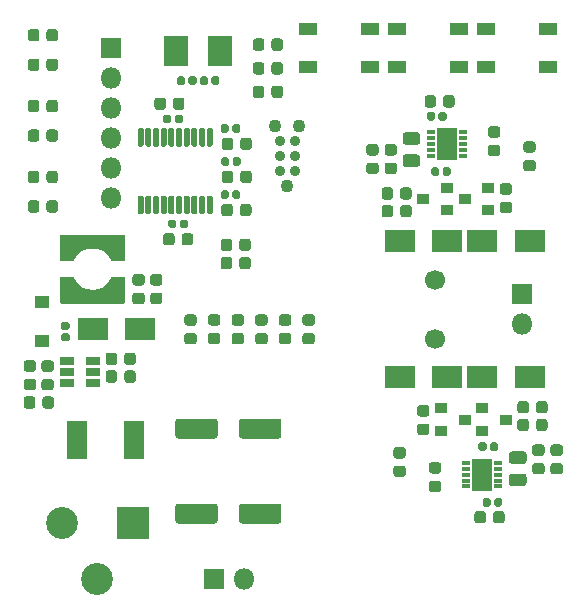
<source format=gbr>
%TF.GenerationSoftware,KiCad,Pcbnew,(5.1.6)-1*%
%TF.CreationDate,2021-07-30T18:26:22-07:00*%
%TF.ProjectId,Coil Driver,436f696c-2044-4726-9976-65722e6b6963,rev?*%
%TF.SameCoordinates,Original*%
%TF.FileFunction,Soldermask,Top*%
%TF.FilePolarity,Negative*%
%FSLAX46Y46*%
G04 Gerber Fmt 4.6, Leading zero omitted, Abs format (unit mm)*
G04 Created by KiCad (PCBNEW (5.1.6)-1) date 2021-07-30 18:26:22*
%MOMM*%
%LPD*%
G01*
G04 APERTURE LIST*
%ADD10O,1.800000X1.800000*%
%ADD11R,1.800000X1.800000*%
%ADD12R,2.100000X2.500000*%
%ADD13R,0.700000X0.400000*%
%ADD14R,1.750000X2.700000*%
%ADD15R,1.160000X0.750000*%
%ADD16R,1.650000X1.100000*%
%ADD17R,1.000000X0.900000*%
%ADD18C,0.100000*%
%ADD19C,1.090600*%
%ADD20C,0.887400*%
%ADD21C,2.700000*%
%ADD22R,2.700000X2.700000*%
%ADD23R,1.780000X3.250000*%
%ADD24R,2.600000X1.900000*%
%ADD25R,1.300000X1.000000*%
%ADD26C,1.700000*%
G04 APERTURE END LIST*
D10*
%TO.C,L2*%
X169900000Y-99240000D03*
D11*
X169900000Y-96700000D03*
%TD*%
%TO.C,R27*%
G36*
G01*
X145412500Y-86518750D02*
X145412500Y-87081250D01*
G75*
G02*
X145168750Y-87325000I-243750J0D01*
G01*
X144681250Y-87325000D01*
G75*
G02*
X144437500Y-87081250I0J243750D01*
G01*
X144437500Y-86518750D01*
G75*
G02*
X144681250Y-86275000I243750J0D01*
G01*
X145168750Y-86275000D01*
G75*
G02*
X145412500Y-86518750I0J-243750D01*
G01*
G37*
G36*
G01*
X146987500Y-86518750D02*
X146987500Y-87081250D01*
G75*
G02*
X146743750Y-87325000I-243750J0D01*
G01*
X146256250Y-87325000D01*
G75*
G02*
X146012500Y-87081250I0J243750D01*
G01*
X146012500Y-86518750D01*
G75*
G02*
X146256250Y-86275000I243750J0D01*
G01*
X146743750Y-86275000D01*
G75*
G02*
X146987500Y-86518750I0J-243750D01*
G01*
G37*
%TD*%
%TO.C,C8*%
G36*
G01*
X162860000Y-86152500D02*
X162860000Y-86547500D01*
G75*
G02*
X162687500Y-86720000I-172500J0D01*
G01*
X162342500Y-86720000D01*
G75*
G02*
X162170000Y-86547500I0J172500D01*
G01*
X162170000Y-86152500D01*
G75*
G02*
X162342500Y-85980000I172500J0D01*
G01*
X162687500Y-85980000D01*
G75*
G02*
X162860000Y-86152500I0J-172500D01*
G01*
G37*
G36*
G01*
X163830000Y-86152500D02*
X163830000Y-86547500D01*
G75*
G02*
X163657500Y-86720000I-172500J0D01*
G01*
X163312500Y-86720000D01*
G75*
G02*
X163140000Y-86547500I0J172500D01*
G01*
X163140000Y-86152500D01*
G75*
G02*
X163312500Y-85980000I172500J0D01*
G01*
X163657500Y-85980000D01*
G75*
G02*
X163830000Y-86152500I0J-172500D01*
G01*
G37*
%TD*%
%TO.C,C7*%
G36*
G01*
X131397500Y-99760000D02*
X131002500Y-99760000D01*
G75*
G02*
X130830000Y-99587500I0J172500D01*
G01*
X130830000Y-99242500D01*
G75*
G02*
X131002500Y-99070000I172500J0D01*
G01*
X131397500Y-99070000D01*
G75*
G02*
X131570000Y-99242500I0J-172500D01*
G01*
X131570000Y-99587500D01*
G75*
G02*
X131397500Y-99760000I-172500J0D01*
G01*
G37*
G36*
G01*
X131397500Y-100730000D02*
X131002500Y-100730000D01*
G75*
G02*
X130830000Y-100557500I0J172500D01*
G01*
X130830000Y-100212500D01*
G75*
G02*
X131002500Y-100040000I172500J0D01*
G01*
X131397500Y-100040000D01*
G75*
G02*
X131570000Y-100212500I0J-172500D01*
G01*
X131570000Y-100557500D01*
G75*
G02*
X131397500Y-100730000I-172500J0D01*
G01*
G37*
%TD*%
%TO.C,C6*%
G36*
G01*
X167210000Y-114152500D02*
X167210000Y-114547500D01*
G75*
G02*
X167037500Y-114720000I-172500J0D01*
G01*
X166692500Y-114720000D01*
G75*
G02*
X166520000Y-114547500I0J172500D01*
G01*
X166520000Y-114152500D01*
G75*
G02*
X166692500Y-113980000I172500J0D01*
G01*
X167037500Y-113980000D01*
G75*
G02*
X167210000Y-114152500I0J-172500D01*
G01*
G37*
G36*
G01*
X168180000Y-114152500D02*
X168180000Y-114547500D01*
G75*
G02*
X168007500Y-114720000I-172500J0D01*
G01*
X167662500Y-114720000D01*
G75*
G02*
X167490000Y-114547500I0J172500D01*
G01*
X167490000Y-114152500D01*
G75*
G02*
X167662500Y-113980000I172500J0D01*
G01*
X168007500Y-113980000D01*
G75*
G02*
X168180000Y-114152500I0J-172500D01*
G01*
G37*
%TD*%
%TO.C,R18*%
G36*
G01*
X169981250Y-111112500D02*
X169018750Y-111112500D01*
G75*
G02*
X168750000Y-110843750I0J268750D01*
G01*
X168750000Y-110306250D01*
G75*
G02*
X169018750Y-110037500I268750J0D01*
G01*
X169981250Y-110037500D01*
G75*
G02*
X170250000Y-110306250I0J-268750D01*
G01*
X170250000Y-110843750D01*
G75*
G02*
X169981250Y-111112500I-268750J0D01*
G01*
G37*
G36*
G01*
X169981250Y-112987500D02*
X169018750Y-112987500D01*
G75*
G02*
X168750000Y-112718750I0J268750D01*
G01*
X168750000Y-112181250D01*
G75*
G02*
X169018750Y-111912500I268750J0D01*
G01*
X169981250Y-111912500D01*
G75*
G02*
X170250000Y-112181250I0J-268750D01*
G01*
X170250000Y-112718750D01*
G75*
G02*
X169981250Y-112987500I-268750J0D01*
G01*
G37*
%TD*%
%TO.C,R3*%
G36*
G01*
X160018750Y-84887500D02*
X160981250Y-84887500D01*
G75*
G02*
X161250000Y-85156250I0J-268750D01*
G01*
X161250000Y-85693750D01*
G75*
G02*
X160981250Y-85962500I-268750J0D01*
G01*
X160018750Y-85962500D01*
G75*
G02*
X159750000Y-85693750I0J268750D01*
G01*
X159750000Y-85156250D01*
G75*
G02*
X160018750Y-84887500I268750J0D01*
G01*
G37*
G36*
G01*
X160018750Y-83012500D02*
X160981250Y-83012500D01*
G75*
G02*
X161250000Y-83281250I0J-268750D01*
G01*
X161250000Y-83818750D01*
G75*
G02*
X160981250Y-84087500I-268750J0D01*
G01*
X160018750Y-84087500D01*
G75*
G02*
X159750000Y-83818750I0J268750D01*
G01*
X159750000Y-83281250D01*
G75*
G02*
X160018750Y-83012500I268750J0D01*
G01*
G37*
%TD*%
D12*
%TO.C,Y1*%
X144300000Y-76150000D03*
X140600000Y-76150000D03*
%TD*%
%TO.C,R29*%
G36*
G01*
X129600000Y-89581250D02*
X129600000Y-89018750D01*
G75*
G02*
X129843750Y-88775000I243750J0D01*
G01*
X130331250Y-88775000D01*
G75*
G02*
X130575000Y-89018750I0J-243750D01*
G01*
X130575000Y-89581250D01*
G75*
G02*
X130331250Y-89825000I-243750J0D01*
G01*
X129843750Y-89825000D01*
G75*
G02*
X129600000Y-89581250I0J243750D01*
G01*
G37*
G36*
G01*
X128025000Y-89581250D02*
X128025000Y-89018750D01*
G75*
G02*
X128268750Y-88775000I243750J0D01*
G01*
X128756250Y-88775000D01*
G75*
G02*
X129000000Y-89018750I0J-243750D01*
G01*
X129000000Y-89581250D01*
G75*
G02*
X128756250Y-89825000I-243750J0D01*
G01*
X128268750Y-89825000D01*
G75*
G02*
X128025000Y-89581250I0J243750D01*
G01*
G37*
%TD*%
%TO.C,R26*%
G36*
G01*
X129600000Y-83581250D02*
X129600000Y-83018750D01*
G75*
G02*
X129843750Y-82775000I243750J0D01*
G01*
X130331250Y-82775000D01*
G75*
G02*
X130575000Y-83018750I0J-243750D01*
G01*
X130575000Y-83581250D01*
G75*
G02*
X130331250Y-83825000I-243750J0D01*
G01*
X129843750Y-83825000D01*
G75*
G02*
X129600000Y-83581250I0J243750D01*
G01*
G37*
G36*
G01*
X128025000Y-83581250D02*
X128025000Y-83018750D01*
G75*
G02*
X128268750Y-82775000I243750J0D01*
G01*
X128756250Y-82775000D01*
G75*
G02*
X129000000Y-83018750I0J-243750D01*
G01*
X129000000Y-83581250D01*
G75*
G02*
X128756250Y-83825000I-243750J0D01*
G01*
X128268750Y-83825000D01*
G75*
G02*
X128025000Y-83581250I0J243750D01*
G01*
G37*
%TD*%
%TO.C,R25*%
G36*
G01*
X129600000Y-77581250D02*
X129600000Y-77018750D01*
G75*
G02*
X129843750Y-76775000I243750J0D01*
G01*
X130331250Y-76775000D01*
G75*
G02*
X130575000Y-77018750I0J-243750D01*
G01*
X130575000Y-77581250D01*
G75*
G02*
X130331250Y-77825000I-243750J0D01*
G01*
X129843750Y-77825000D01*
G75*
G02*
X129600000Y-77581250I0J243750D01*
G01*
G37*
G36*
G01*
X128025000Y-77581250D02*
X128025000Y-77018750D01*
G75*
G02*
X128268750Y-76775000I243750J0D01*
G01*
X128756250Y-76775000D01*
G75*
G02*
X129000000Y-77018750I0J-243750D01*
G01*
X129000000Y-77581250D01*
G75*
G02*
X128756250Y-77825000I-243750J0D01*
G01*
X128268750Y-77825000D01*
G75*
G02*
X128025000Y-77581250I0J243750D01*
G01*
G37*
%TD*%
%TO.C,R12*%
G36*
G01*
X144081250Y-99387500D02*
X143518750Y-99387500D01*
G75*
G02*
X143275000Y-99143750I0J243750D01*
G01*
X143275000Y-98656250D01*
G75*
G02*
X143518750Y-98412500I243750J0D01*
G01*
X144081250Y-98412500D01*
G75*
G02*
X144325000Y-98656250I0J-243750D01*
G01*
X144325000Y-99143750D01*
G75*
G02*
X144081250Y-99387500I-243750J0D01*
G01*
G37*
G36*
G01*
X144081250Y-100962500D02*
X143518750Y-100962500D01*
G75*
G02*
X143275000Y-100718750I0J243750D01*
G01*
X143275000Y-100231250D01*
G75*
G02*
X143518750Y-99987500I243750J0D01*
G01*
X144081250Y-99987500D01*
G75*
G02*
X144325000Y-100231250I0J-243750D01*
G01*
X144325000Y-100718750D01*
G75*
G02*
X144081250Y-100962500I-243750J0D01*
G01*
G37*
%TD*%
%TO.C,R11*%
G36*
G01*
X148081250Y-99400000D02*
X147518750Y-99400000D01*
G75*
G02*
X147275000Y-99156250I0J243750D01*
G01*
X147275000Y-98668750D01*
G75*
G02*
X147518750Y-98425000I243750J0D01*
G01*
X148081250Y-98425000D01*
G75*
G02*
X148325000Y-98668750I0J-243750D01*
G01*
X148325000Y-99156250D01*
G75*
G02*
X148081250Y-99400000I-243750J0D01*
G01*
G37*
G36*
G01*
X148081250Y-100975000D02*
X147518750Y-100975000D01*
G75*
G02*
X147275000Y-100731250I0J243750D01*
G01*
X147275000Y-100243750D01*
G75*
G02*
X147518750Y-100000000I243750J0D01*
G01*
X148081250Y-100000000D01*
G75*
G02*
X148325000Y-100243750I0J-243750D01*
G01*
X148325000Y-100731250D01*
G75*
G02*
X148081250Y-100975000I-243750J0D01*
G01*
G37*
%TD*%
%TO.C,R10*%
G36*
G01*
X152081250Y-99400000D02*
X151518750Y-99400000D01*
G75*
G02*
X151275000Y-99156250I0J243750D01*
G01*
X151275000Y-98668750D01*
G75*
G02*
X151518750Y-98425000I243750J0D01*
G01*
X152081250Y-98425000D01*
G75*
G02*
X152325000Y-98668750I0J-243750D01*
G01*
X152325000Y-99156250D01*
G75*
G02*
X152081250Y-99400000I-243750J0D01*
G01*
G37*
G36*
G01*
X152081250Y-100975000D02*
X151518750Y-100975000D01*
G75*
G02*
X151275000Y-100731250I0J243750D01*
G01*
X151275000Y-100243750D01*
G75*
G02*
X151518750Y-100000000I243750J0D01*
G01*
X152081250Y-100000000D01*
G75*
G02*
X152325000Y-100243750I0J-243750D01*
G01*
X152325000Y-100731250D01*
G75*
G02*
X152081250Y-100975000I-243750J0D01*
G01*
G37*
%TD*%
%TO.C,D12*%
G36*
G01*
X129600000Y-87081250D02*
X129600000Y-86518750D01*
G75*
G02*
X129843750Y-86275000I243750J0D01*
G01*
X130331250Y-86275000D01*
G75*
G02*
X130575000Y-86518750I0J-243750D01*
G01*
X130575000Y-87081250D01*
G75*
G02*
X130331250Y-87325000I-243750J0D01*
G01*
X129843750Y-87325000D01*
G75*
G02*
X129600000Y-87081250I0J243750D01*
G01*
G37*
G36*
G01*
X128025000Y-87081250D02*
X128025000Y-86518750D01*
G75*
G02*
X128268750Y-86275000I243750J0D01*
G01*
X128756250Y-86275000D01*
G75*
G02*
X129000000Y-86518750I0J-243750D01*
G01*
X129000000Y-87081250D01*
G75*
G02*
X128756250Y-87325000I-243750J0D01*
G01*
X128268750Y-87325000D01*
G75*
G02*
X128025000Y-87081250I0J243750D01*
G01*
G37*
%TD*%
%TO.C,D11*%
G36*
G01*
X129600000Y-81081250D02*
X129600000Y-80518750D01*
G75*
G02*
X129843750Y-80275000I243750J0D01*
G01*
X130331250Y-80275000D01*
G75*
G02*
X130575000Y-80518750I0J-243750D01*
G01*
X130575000Y-81081250D01*
G75*
G02*
X130331250Y-81325000I-243750J0D01*
G01*
X129843750Y-81325000D01*
G75*
G02*
X129600000Y-81081250I0J243750D01*
G01*
G37*
G36*
G01*
X128025000Y-81081250D02*
X128025000Y-80518750D01*
G75*
G02*
X128268750Y-80275000I243750J0D01*
G01*
X128756250Y-80275000D01*
G75*
G02*
X129000000Y-80518750I0J-243750D01*
G01*
X129000000Y-81081250D01*
G75*
G02*
X128756250Y-81325000I-243750J0D01*
G01*
X128268750Y-81325000D01*
G75*
G02*
X128025000Y-81081250I0J243750D01*
G01*
G37*
%TD*%
%TO.C,D10*%
G36*
G01*
X129600000Y-75081250D02*
X129600000Y-74518750D01*
G75*
G02*
X129843750Y-74275000I243750J0D01*
G01*
X130331250Y-74275000D01*
G75*
G02*
X130575000Y-74518750I0J-243750D01*
G01*
X130575000Y-75081250D01*
G75*
G02*
X130331250Y-75325000I-243750J0D01*
G01*
X129843750Y-75325000D01*
G75*
G02*
X129600000Y-75081250I0J243750D01*
G01*
G37*
G36*
G01*
X128025000Y-75081250D02*
X128025000Y-74518750D01*
G75*
G02*
X128268750Y-74275000I243750J0D01*
G01*
X128756250Y-74275000D01*
G75*
G02*
X129000000Y-74518750I0J-243750D01*
G01*
X129000000Y-75081250D01*
G75*
G02*
X128756250Y-75325000I-243750J0D01*
G01*
X128268750Y-75325000D01*
G75*
G02*
X128025000Y-75081250I0J243750D01*
G01*
G37*
%TD*%
%TO.C,D7*%
G36*
G01*
X142081250Y-99400000D02*
X141518750Y-99400000D01*
G75*
G02*
X141275000Y-99156250I0J243750D01*
G01*
X141275000Y-98668750D01*
G75*
G02*
X141518750Y-98425000I243750J0D01*
G01*
X142081250Y-98425000D01*
G75*
G02*
X142325000Y-98668750I0J-243750D01*
G01*
X142325000Y-99156250D01*
G75*
G02*
X142081250Y-99400000I-243750J0D01*
G01*
G37*
G36*
G01*
X142081250Y-100975000D02*
X141518750Y-100975000D01*
G75*
G02*
X141275000Y-100731250I0J243750D01*
G01*
X141275000Y-100243750D01*
G75*
G02*
X141518750Y-100000000I243750J0D01*
G01*
X142081250Y-100000000D01*
G75*
G02*
X142325000Y-100243750I0J-243750D01*
G01*
X142325000Y-100731250D01*
G75*
G02*
X142081250Y-100975000I-243750J0D01*
G01*
G37*
%TD*%
%TO.C,D6*%
G36*
G01*
X146081250Y-99400000D02*
X145518750Y-99400000D01*
G75*
G02*
X145275000Y-99156250I0J243750D01*
G01*
X145275000Y-98668750D01*
G75*
G02*
X145518750Y-98425000I243750J0D01*
G01*
X146081250Y-98425000D01*
G75*
G02*
X146325000Y-98668750I0J-243750D01*
G01*
X146325000Y-99156250D01*
G75*
G02*
X146081250Y-99400000I-243750J0D01*
G01*
G37*
G36*
G01*
X146081250Y-100975000D02*
X145518750Y-100975000D01*
G75*
G02*
X145275000Y-100731250I0J243750D01*
G01*
X145275000Y-100243750D01*
G75*
G02*
X145518750Y-100000000I243750J0D01*
G01*
X146081250Y-100000000D01*
G75*
G02*
X146325000Y-100243750I0J-243750D01*
G01*
X146325000Y-100731250D01*
G75*
G02*
X146081250Y-100975000I-243750J0D01*
G01*
G37*
%TD*%
%TO.C,D3*%
G36*
G01*
X150081250Y-99400000D02*
X149518750Y-99400000D01*
G75*
G02*
X149275000Y-99156250I0J243750D01*
G01*
X149275000Y-98668750D01*
G75*
G02*
X149518750Y-98425000I243750J0D01*
G01*
X150081250Y-98425000D01*
G75*
G02*
X150325000Y-98668750I0J-243750D01*
G01*
X150325000Y-99156250D01*
G75*
G02*
X150081250Y-99400000I-243750J0D01*
G01*
G37*
G36*
G01*
X150081250Y-100975000D02*
X149518750Y-100975000D01*
G75*
G02*
X149275000Y-100731250I0J243750D01*
G01*
X149275000Y-100243750D01*
G75*
G02*
X149518750Y-100000000I243750J0D01*
G01*
X150081250Y-100000000D01*
G75*
G02*
X150325000Y-100243750I0J-243750D01*
G01*
X150325000Y-100731250D01*
G75*
G02*
X150081250Y-100975000I-243750J0D01*
G01*
G37*
%TD*%
%TO.C,U4*%
G36*
G01*
X143300000Y-88375000D02*
X143550000Y-88375000D01*
G75*
G02*
X143675000Y-88500000I0J-125000D01*
G01*
X143675000Y-89825000D01*
G75*
G02*
X143550000Y-89950000I-125000J0D01*
G01*
X143300000Y-89950000D01*
G75*
G02*
X143175000Y-89825000I0J125000D01*
G01*
X143175000Y-88500000D01*
G75*
G02*
X143300000Y-88375000I125000J0D01*
G01*
G37*
G36*
G01*
X142650000Y-88375000D02*
X142900000Y-88375000D01*
G75*
G02*
X143025000Y-88500000I0J-125000D01*
G01*
X143025000Y-89825000D01*
G75*
G02*
X142900000Y-89950000I-125000J0D01*
G01*
X142650000Y-89950000D01*
G75*
G02*
X142525000Y-89825000I0J125000D01*
G01*
X142525000Y-88500000D01*
G75*
G02*
X142650000Y-88375000I125000J0D01*
G01*
G37*
G36*
G01*
X142000000Y-88375000D02*
X142250000Y-88375000D01*
G75*
G02*
X142375000Y-88500000I0J-125000D01*
G01*
X142375000Y-89825000D01*
G75*
G02*
X142250000Y-89950000I-125000J0D01*
G01*
X142000000Y-89950000D01*
G75*
G02*
X141875000Y-89825000I0J125000D01*
G01*
X141875000Y-88500000D01*
G75*
G02*
X142000000Y-88375000I125000J0D01*
G01*
G37*
G36*
G01*
X141350000Y-88375000D02*
X141600000Y-88375000D01*
G75*
G02*
X141725000Y-88500000I0J-125000D01*
G01*
X141725000Y-89825000D01*
G75*
G02*
X141600000Y-89950000I-125000J0D01*
G01*
X141350000Y-89950000D01*
G75*
G02*
X141225000Y-89825000I0J125000D01*
G01*
X141225000Y-88500000D01*
G75*
G02*
X141350000Y-88375000I125000J0D01*
G01*
G37*
G36*
G01*
X140700000Y-88375000D02*
X140950000Y-88375000D01*
G75*
G02*
X141075000Y-88500000I0J-125000D01*
G01*
X141075000Y-89825000D01*
G75*
G02*
X140950000Y-89950000I-125000J0D01*
G01*
X140700000Y-89950000D01*
G75*
G02*
X140575000Y-89825000I0J125000D01*
G01*
X140575000Y-88500000D01*
G75*
G02*
X140700000Y-88375000I125000J0D01*
G01*
G37*
G36*
G01*
X140050000Y-88375000D02*
X140300000Y-88375000D01*
G75*
G02*
X140425000Y-88500000I0J-125000D01*
G01*
X140425000Y-89825000D01*
G75*
G02*
X140300000Y-89950000I-125000J0D01*
G01*
X140050000Y-89950000D01*
G75*
G02*
X139925000Y-89825000I0J125000D01*
G01*
X139925000Y-88500000D01*
G75*
G02*
X140050000Y-88375000I125000J0D01*
G01*
G37*
G36*
G01*
X139400000Y-88375000D02*
X139650000Y-88375000D01*
G75*
G02*
X139775000Y-88500000I0J-125000D01*
G01*
X139775000Y-89825000D01*
G75*
G02*
X139650000Y-89950000I-125000J0D01*
G01*
X139400000Y-89950000D01*
G75*
G02*
X139275000Y-89825000I0J125000D01*
G01*
X139275000Y-88500000D01*
G75*
G02*
X139400000Y-88375000I125000J0D01*
G01*
G37*
G36*
G01*
X138750000Y-88375000D02*
X139000000Y-88375000D01*
G75*
G02*
X139125000Y-88500000I0J-125000D01*
G01*
X139125000Y-89825000D01*
G75*
G02*
X139000000Y-89950000I-125000J0D01*
G01*
X138750000Y-89950000D01*
G75*
G02*
X138625000Y-89825000I0J125000D01*
G01*
X138625000Y-88500000D01*
G75*
G02*
X138750000Y-88375000I125000J0D01*
G01*
G37*
G36*
G01*
X138100000Y-88375000D02*
X138350000Y-88375000D01*
G75*
G02*
X138475000Y-88500000I0J-125000D01*
G01*
X138475000Y-89825000D01*
G75*
G02*
X138350000Y-89950000I-125000J0D01*
G01*
X138100000Y-89950000D01*
G75*
G02*
X137975000Y-89825000I0J125000D01*
G01*
X137975000Y-88500000D01*
G75*
G02*
X138100000Y-88375000I125000J0D01*
G01*
G37*
G36*
G01*
X137450000Y-88375000D02*
X137700000Y-88375000D01*
G75*
G02*
X137825000Y-88500000I0J-125000D01*
G01*
X137825000Y-89825000D01*
G75*
G02*
X137700000Y-89950000I-125000J0D01*
G01*
X137450000Y-89950000D01*
G75*
G02*
X137325000Y-89825000I0J125000D01*
G01*
X137325000Y-88500000D01*
G75*
G02*
X137450000Y-88375000I125000J0D01*
G01*
G37*
G36*
G01*
X137450000Y-82650000D02*
X137700000Y-82650000D01*
G75*
G02*
X137825000Y-82775000I0J-125000D01*
G01*
X137825000Y-84100000D01*
G75*
G02*
X137700000Y-84225000I-125000J0D01*
G01*
X137450000Y-84225000D01*
G75*
G02*
X137325000Y-84100000I0J125000D01*
G01*
X137325000Y-82775000D01*
G75*
G02*
X137450000Y-82650000I125000J0D01*
G01*
G37*
G36*
G01*
X138100000Y-82650000D02*
X138350000Y-82650000D01*
G75*
G02*
X138475000Y-82775000I0J-125000D01*
G01*
X138475000Y-84100000D01*
G75*
G02*
X138350000Y-84225000I-125000J0D01*
G01*
X138100000Y-84225000D01*
G75*
G02*
X137975000Y-84100000I0J125000D01*
G01*
X137975000Y-82775000D01*
G75*
G02*
X138100000Y-82650000I125000J0D01*
G01*
G37*
G36*
G01*
X138750000Y-82650000D02*
X139000000Y-82650000D01*
G75*
G02*
X139125000Y-82775000I0J-125000D01*
G01*
X139125000Y-84100000D01*
G75*
G02*
X139000000Y-84225000I-125000J0D01*
G01*
X138750000Y-84225000D01*
G75*
G02*
X138625000Y-84100000I0J125000D01*
G01*
X138625000Y-82775000D01*
G75*
G02*
X138750000Y-82650000I125000J0D01*
G01*
G37*
G36*
G01*
X139400000Y-82650000D02*
X139650000Y-82650000D01*
G75*
G02*
X139775000Y-82775000I0J-125000D01*
G01*
X139775000Y-84100000D01*
G75*
G02*
X139650000Y-84225000I-125000J0D01*
G01*
X139400000Y-84225000D01*
G75*
G02*
X139275000Y-84100000I0J125000D01*
G01*
X139275000Y-82775000D01*
G75*
G02*
X139400000Y-82650000I125000J0D01*
G01*
G37*
G36*
G01*
X140050000Y-82650000D02*
X140300000Y-82650000D01*
G75*
G02*
X140425000Y-82775000I0J-125000D01*
G01*
X140425000Y-84100000D01*
G75*
G02*
X140300000Y-84225000I-125000J0D01*
G01*
X140050000Y-84225000D01*
G75*
G02*
X139925000Y-84100000I0J125000D01*
G01*
X139925000Y-82775000D01*
G75*
G02*
X140050000Y-82650000I125000J0D01*
G01*
G37*
G36*
G01*
X140700000Y-82650000D02*
X140950000Y-82650000D01*
G75*
G02*
X141075000Y-82775000I0J-125000D01*
G01*
X141075000Y-84100000D01*
G75*
G02*
X140950000Y-84225000I-125000J0D01*
G01*
X140700000Y-84225000D01*
G75*
G02*
X140575000Y-84100000I0J125000D01*
G01*
X140575000Y-82775000D01*
G75*
G02*
X140700000Y-82650000I125000J0D01*
G01*
G37*
G36*
G01*
X141350000Y-82650000D02*
X141600000Y-82650000D01*
G75*
G02*
X141725000Y-82775000I0J-125000D01*
G01*
X141725000Y-84100000D01*
G75*
G02*
X141600000Y-84225000I-125000J0D01*
G01*
X141350000Y-84225000D01*
G75*
G02*
X141225000Y-84100000I0J125000D01*
G01*
X141225000Y-82775000D01*
G75*
G02*
X141350000Y-82650000I125000J0D01*
G01*
G37*
G36*
G01*
X142000000Y-82650000D02*
X142250000Y-82650000D01*
G75*
G02*
X142375000Y-82775000I0J-125000D01*
G01*
X142375000Y-84100000D01*
G75*
G02*
X142250000Y-84225000I-125000J0D01*
G01*
X142000000Y-84225000D01*
G75*
G02*
X141875000Y-84100000I0J125000D01*
G01*
X141875000Y-82775000D01*
G75*
G02*
X142000000Y-82650000I125000J0D01*
G01*
G37*
G36*
G01*
X142650000Y-82650000D02*
X142900000Y-82650000D01*
G75*
G02*
X143025000Y-82775000I0J-125000D01*
G01*
X143025000Y-84100000D01*
G75*
G02*
X142900000Y-84225000I-125000J0D01*
G01*
X142650000Y-84225000D01*
G75*
G02*
X142525000Y-84100000I0J125000D01*
G01*
X142525000Y-82775000D01*
G75*
G02*
X142650000Y-82650000I125000J0D01*
G01*
G37*
G36*
G01*
X143300000Y-82650000D02*
X143550000Y-82650000D01*
G75*
G02*
X143675000Y-82775000I0J-125000D01*
G01*
X143675000Y-84100000D01*
G75*
G02*
X143550000Y-84225000I-125000J0D01*
G01*
X143300000Y-84225000D01*
G75*
G02*
X143175000Y-84100000I0J125000D01*
G01*
X143175000Y-82775000D01*
G75*
G02*
X143300000Y-82650000I125000J0D01*
G01*
G37*
%TD*%
D13*
%TO.C,U3*%
X165150000Y-113000000D03*
X165150000Y-112500000D03*
X165150000Y-112000000D03*
X165150000Y-111500000D03*
X165150000Y-111000000D03*
X167850000Y-111000000D03*
X167850000Y-111500000D03*
X167850000Y-112000000D03*
X167850000Y-112500000D03*
X167850000Y-113000000D03*
D14*
X166500000Y-112000000D03*
%TD*%
D15*
%TO.C,U2*%
X133500000Y-103300000D03*
X133500000Y-102350000D03*
X133500000Y-104250000D03*
X131300000Y-104250000D03*
X131300000Y-103300000D03*
X131300000Y-102350000D03*
%TD*%
D13*
%TO.C,U1*%
X164850000Y-83000000D03*
X164850000Y-83500000D03*
X164850000Y-84000000D03*
X164850000Y-84500000D03*
X164850000Y-85000000D03*
X162150000Y-85000000D03*
X162150000Y-84500000D03*
X162150000Y-84000000D03*
X162150000Y-83500000D03*
X162150000Y-83000000D03*
D14*
X163500000Y-84000000D03*
%TD*%
D16*
%TO.C,SW3*%
X157025000Y-77500000D03*
X151775000Y-77500000D03*
X157025000Y-74300000D03*
X151775000Y-74300000D03*
%TD*%
%TO.C,SW2*%
X164525000Y-77500000D03*
X159275000Y-77500000D03*
X164525000Y-74300000D03*
X159275000Y-74300000D03*
%TD*%
%TO.C,SW1*%
X172025000Y-77500000D03*
X166775000Y-77500000D03*
X172025000Y-74300000D03*
X166775000Y-74300000D03*
%TD*%
%TO.C,R28*%
G36*
G01*
X145387500Y-89318750D02*
X145387500Y-89881250D01*
G75*
G02*
X145143750Y-90125000I-243750J0D01*
G01*
X144656250Y-90125000D01*
G75*
G02*
X144412500Y-89881250I0J243750D01*
G01*
X144412500Y-89318750D01*
G75*
G02*
X144656250Y-89075000I243750J0D01*
G01*
X145143750Y-89075000D01*
G75*
G02*
X145387500Y-89318750I0J-243750D01*
G01*
G37*
G36*
G01*
X146962500Y-89318750D02*
X146962500Y-89881250D01*
G75*
G02*
X146718750Y-90125000I-243750J0D01*
G01*
X146231250Y-90125000D01*
G75*
G02*
X145987500Y-89881250I0J243750D01*
G01*
X145987500Y-89318750D01*
G75*
G02*
X146231250Y-89075000I243750J0D01*
G01*
X146718750Y-89075000D01*
G75*
G02*
X146962500Y-89318750I0J-243750D01*
G01*
G37*
%TD*%
%TO.C,R24*%
G36*
G01*
X145325000Y-93818750D02*
X145325000Y-94381250D01*
G75*
G02*
X145081250Y-94625000I-243750J0D01*
G01*
X144593750Y-94625000D01*
G75*
G02*
X144350000Y-94381250I0J243750D01*
G01*
X144350000Y-93818750D01*
G75*
G02*
X144593750Y-93575000I243750J0D01*
G01*
X145081250Y-93575000D01*
G75*
G02*
X145325000Y-93818750I0J-243750D01*
G01*
G37*
G36*
G01*
X146900000Y-93818750D02*
X146900000Y-94381250D01*
G75*
G02*
X146656250Y-94625000I-243750J0D01*
G01*
X146168750Y-94625000D01*
G75*
G02*
X145925000Y-94381250I0J243750D01*
G01*
X145925000Y-93818750D01*
G75*
G02*
X146168750Y-93575000I243750J0D01*
G01*
X146656250Y-93575000D01*
G75*
G02*
X146900000Y-93818750I0J-243750D01*
G01*
G37*
%TD*%
%TO.C,R23*%
G36*
G01*
X145325000Y-92268750D02*
X145325000Y-92831250D01*
G75*
G02*
X145081250Y-93075000I-243750J0D01*
G01*
X144593750Y-93075000D01*
G75*
G02*
X144350000Y-92831250I0J243750D01*
G01*
X144350000Y-92268750D01*
G75*
G02*
X144593750Y-92025000I243750J0D01*
G01*
X145081250Y-92025000D01*
G75*
G02*
X145325000Y-92268750I0J-243750D01*
G01*
G37*
G36*
G01*
X146900000Y-92268750D02*
X146900000Y-92831250D01*
G75*
G02*
X146656250Y-93075000I-243750J0D01*
G01*
X146168750Y-93075000D01*
G75*
G02*
X145925000Y-92831250I0J243750D01*
G01*
X145925000Y-92268750D01*
G75*
G02*
X146168750Y-92025000I243750J0D01*
G01*
X146656250Y-92025000D01*
G75*
G02*
X146900000Y-92268750I0J-243750D01*
G01*
G37*
%TD*%
%TO.C,R22*%
G36*
G01*
X159781250Y-110637500D02*
X159218750Y-110637500D01*
G75*
G02*
X158975000Y-110393750I0J243750D01*
G01*
X158975000Y-109906250D01*
G75*
G02*
X159218750Y-109662500I243750J0D01*
G01*
X159781250Y-109662500D01*
G75*
G02*
X160025000Y-109906250I0J-243750D01*
G01*
X160025000Y-110393750D01*
G75*
G02*
X159781250Y-110637500I-243750J0D01*
G01*
G37*
G36*
G01*
X159781250Y-112212500D02*
X159218750Y-112212500D01*
G75*
G02*
X158975000Y-111968750I0J243750D01*
G01*
X158975000Y-111481250D01*
G75*
G02*
X159218750Y-111237500I243750J0D01*
G01*
X159781250Y-111237500D01*
G75*
G02*
X160025000Y-111481250I0J-243750D01*
G01*
X160025000Y-111968750D01*
G75*
G02*
X159781250Y-112212500I-243750J0D01*
G01*
G37*
%TD*%
%TO.C,R21*%
G36*
G01*
X148050000Y-79318750D02*
X148050000Y-79881250D01*
G75*
G02*
X147806250Y-80125000I-243750J0D01*
G01*
X147318750Y-80125000D01*
G75*
G02*
X147075000Y-79881250I0J243750D01*
G01*
X147075000Y-79318750D01*
G75*
G02*
X147318750Y-79075000I243750J0D01*
G01*
X147806250Y-79075000D01*
G75*
G02*
X148050000Y-79318750I0J-243750D01*
G01*
G37*
G36*
G01*
X149625000Y-79318750D02*
X149625000Y-79881250D01*
G75*
G02*
X149381250Y-80125000I-243750J0D01*
G01*
X148893750Y-80125000D01*
G75*
G02*
X148650000Y-79881250I0J243750D01*
G01*
X148650000Y-79318750D01*
G75*
G02*
X148893750Y-79075000I243750J0D01*
G01*
X149381250Y-79075000D01*
G75*
G02*
X149625000Y-79318750I0J-243750D01*
G01*
G37*
%TD*%
%TO.C,R20*%
G36*
G01*
X148650000Y-77881250D02*
X148650000Y-77318750D01*
G75*
G02*
X148893750Y-77075000I243750J0D01*
G01*
X149381250Y-77075000D01*
G75*
G02*
X149625000Y-77318750I0J-243750D01*
G01*
X149625000Y-77881250D01*
G75*
G02*
X149381250Y-78125000I-243750J0D01*
G01*
X148893750Y-78125000D01*
G75*
G02*
X148650000Y-77881250I0J243750D01*
G01*
G37*
G36*
G01*
X147075000Y-77881250D02*
X147075000Y-77318750D01*
G75*
G02*
X147318750Y-77075000I243750J0D01*
G01*
X147806250Y-77075000D01*
G75*
G02*
X148050000Y-77318750I0J-243750D01*
G01*
X148050000Y-77881250D01*
G75*
G02*
X147806250Y-78125000I-243750J0D01*
G01*
X147318750Y-78125000D01*
G75*
G02*
X147075000Y-77881250I0J243750D01*
G01*
G37*
%TD*%
%TO.C,R19*%
G36*
G01*
X148050000Y-75318750D02*
X148050000Y-75881250D01*
G75*
G02*
X147806250Y-76125000I-243750J0D01*
G01*
X147318750Y-76125000D01*
G75*
G02*
X147075000Y-75881250I0J243750D01*
G01*
X147075000Y-75318750D01*
G75*
G02*
X147318750Y-75075000I243750J0D01*
G01*
X147806250Y-75075000D01*
G75*
G02*
X148050000Y-75318750I0J-243750D01*
G01*
G37*
G36*
G01*
X149625000Y-75318750D02*
X149625000Y-75881250D01*
G75*
G02*
X149381250Y-76125000I-243750J0D01*
G01*
X148893750Y-76125000D01*
G75*
G02*
X148650000Y-75881250I0J243750D01*
G01*
X148650000Y-75318750D01*
G75*
G02*
X148893750Y-75075000I243750J0D01*
G01*
X149381250Y-75075000D01*
G75*
G02*
X149625000Y-75318750I0J-243750D01*
G01*
G37*
%TD*%
%TO.C,R17*%
G36*
G01*
X162781250Y-111912500D02*
X162218750Y-111912500D01*
G75*
G02*
X161975000Y-111668750I0J243750D01*
G01*
X161975000Y-111181250D01*
G75*
G02*
X162218750Y-110937500I243750J0D01*
G01*
X162781250Y-110937500D01*
G75*
G02*
X163025000Y-111181250I0J-243750D01*
G01*
X163025000Y-111668750D01*
G75*
G02*
X162781250Y-111912500I-243750J0D01*
G01*
G37*
G36*
G01*
X162781250Y-113487500D02*
X162218750Y-113487500D01*
G75*
G02*
X161975000Y-113243750I0J243750D01*
G01*
X161975000Y-112756250D01*
G75*
G02*
X162218750Y-112512500I243750J0D01*
G01*
X162781250Y-112512500D01*
G75*
G02*
X163025000Y-112756250I0J-243750D01*
G01*
X163025000Y-113243750D01*
G75*
G02*
X162781250Y-113487500I-243750J0D01*
G01*
G37*
%TD*%
%TO.C,R16*%
G36*
G01*
X171531250Y-110412500D02*
X170968750Y-110412500D01*
G75*
G02*
X170725000Y-110168750I0J243750D01*
G01*
X170725000Y-109681250D01*
G75*
G02*
X170968750Y-109437500I243750J0D01*
G01*
X171531250Y-109437500D01*
G75*
G02*
X171775000Y-109681250I0J-243750D01*
G01*
X171775000Y-110168750D01*
G75*
G02*
X171531250Y-110412500I-243750J0D01*
G01*
G37*
G36*
G01*
X171531250Y-111987500D02*
X170968750Y-111987500D01*
G75*
G02*
X170725000Y-111743750I0J243750D01*
G01*
X170725000Y-111256250D01*
G75*
G02*
X170968750Y-111012500I243750J0D01*
G01*
X171531250Y-111012500D01*
G75*
G02*
X171775000Y-111256250I0J-243750D01*
G01*
X171775000Y-111743750D01*
G75*
G02*
X171531250Y-111987500I-243750J0D01*
G01*
G37*
%TD*%
%TO.C,R15*%
G36*
G01*
X145412500Y-83718750D02*
X145412500Y-84281250D01*
G75*
G02*
X145168750Y-84525000I-243750J0D01*
G01*
X144681250Y-84525000D01*
G75*
G02*
X144437500Y-84281250I0J243750D01*
G01*
X144437500Y-83718750D01*
G75*
G02*
X144681250Y-83475000I243750J0D01*
G01*
X145168750Y-83475000D01*
G75*
G02*
X145412500Y-83718750I0J-243750D01*
G01*
G37*
G36*
G01*
X146987500Y-83718750D02*
X146987500Y-84281250D01*
G75*
G02*
X146743750Y-84525000I-243750J0D01*
G01*
X146256250Y-84525000D01*
G75*
G02*
X146012500Y-84281250I0J243750D01*
G01*
X146012500Y-83718750D01*
G75*
G02*
X146256250Y-83475000I243750J0D01*
G01*
X146743750Y-83475000D01*
G75*
G02*
X146987500Y-83718750I0J-243750D01*
G01*
G37*
%TD*%
%TO.C,R14*%
G36*
G01*
X161218750Y-107687500D02*
X161781250Y-107687500D01*
G75*
G02*
X162025000Y-107931250I0J-243750D01*
G01*
X162025000Y-108418750D01*
G75*
G02*
X161781250Y-108662500I-243750J0D01*
G01*
X161218750Y-108662500D01*
G75*
G02*
X160975000Y-108418750I0J243750D01*
G01*
X160975000Y-107931250D01*
G75*
G02*
X161218750Y-107687500I243750J0D01*
G01*
G37*
G36*
G01*
X161218750Y-106112500D02*
X161781250Y-106112500D01*
G75*
G02*
X162025000Y-106356250I0J-243750D01*
G01*
X162025000Y-106843750D01*
G75*
G02*
X161781250Y-107087500I-243750J0D01*
G01*
X161218750Y-107087500D01*
G75*
G02*
X160975000Y-106843750I0J243750D01*
G01*
X160975000Y-106356250D01*
G75*
G02*
X161218750Y-106112500I243750J0D01*
G01*
G37*
%TD*%
%TO.C,R13*%
G36*
G01*
X172518750Y-111012500D02*
X173081250Y-111012500D01*
G75*
G02*
X173325000Y-111256250I0J-243750D01*
G01*
X173325000Y-111743750D01*
G75*
G02*
X173081250Y-111987500I-243750J0D01*
G01*
X172518750Y-111987500D01*
G75*
G02*
X172275000Y-111743750I0J243750D01*
G01*
X172275000Y-111256250D01*
G75*
G02*
X172518750Y-111012500I243750J0D01*
G01*
G37*
G36*
G01*
X172518750Y-109437500D02*
X173081250Y-109437500D01*
G75*
G02*
X173325000Y-109681250I0J-243750D01*
G01*
X173325000Y-110168750D01*
G75*
G02*
X173081250Y-110412500I-243750J0D01*
G01*
X172518750Y-110412500D01*
G75*
G02*
X172275000Y-110168750I0J243750D01*
G01*
X172275000Y-109681250D01*
G75*
G02*
X172518750Y-109437500I243750J0D01*
G01*
G37*
%TD*%
%TO.C,R9*%
G36*
G01*
X129981250Y-103300000D02*
X129418750Y-103300000D01*
G75*
G02*
X129175000Y-103056250I0J243750D01*
G01*
X129175000Y-102568750D01*
G75*
G02*
X129418750Y-102325000I243750J0D01*
G01*
X129981250Y-102325000D01*
G75*
G02*
X130225000Y-102568750I0J-243750D01*
G01*
X130225000Y-103056250D01*
G75*
G02*
X129981250Y-103300000I-243750J0D01*
G01*
G37*
G36*
G01*
X129981250Y-104875000D02*
X129418750Y-104875000D01*
G75*
G02*
X129175000Y-104631250I0J243750D01*
G01*
X129175000Y-104143750D01*
G75*
G02*
X129418750Y-103900000I243750J0D01*
G01*
X129981250Y-103900000D01*
G75*
G02*
X130225000Y-104143750I0J-243750D01*
G01*
X130225000Y-104631250D01*
G75*
G02*
X129981250Y-104875000I-243750J0D01*
G01*
G37*
%TD*%
%TO.C,R8*%
G36*
G01*
X127918750Y-103900000D02*
X128481250Y-103900000D01*
G75*
G02*
X128725000Y-104143750I0J-243750D01*
G01*
X128725000Y-104631250D01*
G75*
G02*
X128481250Y-104875000I-243750J0D01*
G01*
X127918750Y-104875000D01*
G75*
G02*
X127675000Y-104631250I0J243750D01*
G01*
X127675000Y-104143750D01*
G75*
G02*
X127918750Y-103900000I243750J0D01*
G01*
G37*
G36*
G01*
X127918750Y-102325000D02*
X128481250Y-102325000D01*
G75*
G02*
X128725000Y-102568750I0J-243750D01*
G01*
X128725000Y-103056250D01*
G75*
G02*
X128481250Y-103300000I-243750J0D01*
G01*
X127918750Y-103300000D01*
G75*
G02*
X127675000Y-103056250I0J243750D01*
G01*
X127675000Y-102568750D01*
G75*
G02*
X127918750Y-102325000I243750J0D01*
G01*
G37*
%TD*%
%TO.C,R7*%
G36*
G01*
X168781250Y-88312500D02*
X168218750Y-88312500D01*
G75*
G02*
X167975000Y-88068750I0J243750D01*
G01*
X167975000Y-87581250D01*
G75*
G02*
X168218750Y-87337500I243750J0D01*
G01*
X168781250Y-87337500D01*
G75*
G02*
X169025000Y-87581250I0J-243750D01*
G01*
X169025000Y-88068750D01*
G75*
G02*
X168781250Y-88312500I-243750J0D01*
G01*
G37*
G36*
G01*
X168781250Y-89887500D02*
X168218750Y-89887500D01*
G75*
G02*
X167975000Y-89643750I0J243750D01*
G01*
X167975000Y-89156250D01*
G75*
G02*
X168218750Y-88912500I243750J0D01*
G01*
X168781250Y-88912500D01*
G75*
G02*
X169025000Y-89156250I0J-243750D01*
G01*
X169025000Y-89643750D01*
G75*
G02*
X168781250Y-89887500I-243750J0D01*
G01*
G37*
%TD*%
%TO.C,R6*%
G36*
G01*
X157481250Y-84987500D02*
X156918750Y-84987500D01*
G75*
G02*
X156675000Y-84743750I0J243750D01*
G01*
X156675000Y-84256250D01*
G75*
G02*
X156918750Y-84012500I243750J0D01*
G01*
X157481250Y-84012500D01*
G75*
G02*
X157725000Y-84256250I0J-243750D01*
G01*
X157725000Y-84743750D01*
G75*
G02*
X157481250Y-84987500I-243750J0D01*
G01*
G37*
G36*
G01*
X157481250Y-86562500D02*
X156918750Y-86562500D01*
G75*
G02*
X156675000Y-86318750I0J243750D01*
G01*
X156675000Y-85831250D01*
G75*
G02*
X156918750Y-85587500I243750J0D01*
G01*
X157481250Y-85587500D01*
G75*
G02*
X157725000Y-85831250I0J-243750D01*
G01*
X157725000Y-86318750D01*
G75*
G02*
X157481250Y-86562500I-243750J0D01*
G01*
G37*
%TD*%
%TO.C,R5*%
G36*
G01*
X167218750Y-84087500D02*
X167781250Y-84087500D01*
G75*
G02*
X168025000Y-84331250I0J-243750D01*
G01*
X168025000Y-84818750D01*
G75*
G02*
X167781250Y-85062500I-243750J0D01*
G01*
X167218750Y-85062500D01*
G75*
G02*
X166975000Y-84818750I0J243750D01*
G01*
X166975000Y-84331250D01*
G75*
G02*
X167218750Y-84087500I243750J0D01*
G01*
G37*
G36*
G01*
X167218750Y-82512500D02*
X167781250Y-82512500D01*
G75*
G02*
X168025000Y-82756250I0J-243750D01*
G01*
X168025000Y-83243750D01*
G75*
G02*
X167781250Y-83487500I-243750J0D01*
G01*
X167218750Y-83487500D01*
G75*
G02*
X166975000Y-83243750I0J243750D01*
G01*
X166975000Y-82756250D01*
G75*
G02*
X167218750Y-82512500I243750J0D01*
G01*
G37*
%TD*%
%TO.C,R4*%
G36*
G01*
X158468750Y-85587500D02*
X159031250Y-85587500D01*
G75*
G02*
X159275000Y-85831250I0J-243750D01*
G01*
X159275000Y-86318750D01*
G75*
G02*
X159031250Y-86562500I-243750J0D01*
G01*
X158468750Y-86562500D01*
G75*
G02*
X158225000Y-86318750I0J243750D01*
G01*
X158225000Y-85831250D01*
G75*
G02*
X158468750Y-85587500I243750J0D01*
G01*
G37*
G36*
G01*
X158468750Y-84012500D02*
X159031250Y-84012500D01*
G75*
G02*
X159275000Y-84256250I0J-243750D01*
G01*
X159275000Y-84743750D01*
G75*
G02*
X159031250Y-84987500I-243750J0D01*
G01*
X158468750Y-84987500D01*
G75*
G02*
X158225000Y-84743750I0J243750D01*
G01*
X158225000Y-84256250D01*
G75*
G02*
X158468750Y-84012500I243750J0D01*
G01*
G37*
%TD*%
%TO.C,R2*%
G36*
G01*
X129250000Y-106181250D02*
X129250000Y-105618750D01*
G75*
G02*
X129493750Y-105375000I243750J0D01*
G01*
X129981250Y-105375000D01*
G75*
G02*
X130225000Y-105618750I0J-243750D01*
G01*
X130225000Y-106181250D01*
G75*
G02*
X129981250Y-106425000I-243750J0D01*
G01*
X129493750Y-106425000D01*
G75*
G02*
X129250000Y-106181250I0J243750D01*
G01*
G37*
G36*
G01*
X127675000Y-106181250D02*
X127675000Y-105618750D01*
G75*
G02*
X127918750Y-105375000I243750J0D01*
G01*
X128406250Y-105375000D01*
G75*
G02*
X128650000Y-105618750I0J-243750D01*
G01*
X128650000Y-106181250D01*
G75*
G02*
X128406250Y-106425000I-243750J0D01*
G01*
X127918750Y-106425000D01*
G75*
G02*
X127675000Y-106181250I0J243750D01*
G01*
G37*
%TD*%
%TO.C,R1*%
G36*
G01*
X170218750Y-85350000D02*
X170781250Y-85350000D01*
G75*
G02*
X171025000Y-85593750I0J-243750D01*
G01*
X171025000Y-86081250D01*
G75*
G02*
X170781250Y-86325000I-243750J0D01*
G01*
X170218750Y-86325000D01*
G75*
G02*
X169975000Y-86081250I0J243750D01*
G01*
X169975000Y-85593750D01*
G75*
G02*
X170218750Y-85350000I243750J0D01*
G01*
G37*
G36*
G01*
X170218750Y-83775000D02*
X170781250Y-83775000D01*
G75*
G02*
X171025000Y-84018750I0J-243750D01*
G01*
X171025000Y-84506250D01*
G75*
G02*
X170781250Y-84750000I-243750J0D01*
G01*
X170218750Y-84750000D01*
G75*
G02*
X169975000Y-84506250I0J243750D01*
G01*
X169975000Y-84018750D01*
G75*
G02*
X170218750Y-83775000I243750J0D01*
G01*
G37*
%TD*%
D17*
%TO.C,Q4*%
X165000000Y-107350000D03*
X163000000Y-108300000D03*
X163000000Y-106400000D03*
%TD*%
%TO.C,Q3*%
X168500000Y-107350000D03*
X166500000Y-108300000D03*
X166500000Y-106400000D03*
%TD*%
%TO.C,Q2*%
X165000000Y-88650000D03*
X167000000Y-87700000D03*
X167000000Y-89600000D03*
%TD*%
%TO.C,Q1*%
X161500000Y-88650000D03*
X163500000Y-87700000D03*
X163500000Y-89600000D03*
%TD*%
D18*
%TO.C,L1*%
G36*
X136159956Y-91686189D02*
G01*
X136162434Y-91686433D01*
X136181987Y-91690324D01*
X136184369Y-91691047D01*
X136202729Y-91698650D01*
X136204925Y-91699823D01*
X136221535Y-91710922D01*
X136223459Y-91712502D01*
X136237498Y-91726541D01*
X136239078Y-91728465D01*
X136250177Y-91745075D01*
X136251350Y-91747271D01*
X136258953Y-91765631D01*
X136259676Y-91768013D01*
X136263567Y-91787566D01*
X136263811Y-91790044D01*
X136264300Y-91800000D01*
X136264300Y-93800000D01*
X136263811Y-93809956D01*
X136263567Y-93812434D01*
X136259676Y-93831987D01*
X136258953Y-93834369D01*
X136251350Y-93852729D01*
X136250177Y-93854925D01*
X136239078Y-93871535D01*
X136237498Y-93873459D01*
X136223459Y-93887498D01*
X136221535Y-93889078D01*
X136204925Y-93900177D01*
X136202729Y-93901350D01*
X136184369Y-93908953D01*
X136181987Y-93909676D01*
X136162434Y-93913567D01*
X136159956Y-93913811D01*
X136150000Y-93914300D01*
X135150000Y-93914300D01*
X135140044Y-93913811D01*
X135137566Y-93913567D01*
X135118013Y-93909676D01*
X135115631Y-93908953D01*
X135097271Y-93901350D01*
X135095075Y-93900177D01*
X135078465Y-93889078D01*
X135076541Y-93887498D01*
X135062502Y-93873459D01*
X135060922Y-93871535D01*
X135051578Y-93858075D01*
X135050779Y-93856699D01*
X135047767Y-93851117D01*
X134906061Y-93567705D01*
X134435769Y-93097413D01*
X133972552Y-92912125D01*
X133500000Y-92864870D01*
X133027448Y-92912125D01*
X132564231Y-93097413D01*
X132093939Y-93567705D01*
X131952233Y-93851117D01*
X131947348Y-93859795D01*
X131946022Y-93861902D01*
X131933788Y-93877664D01*
X131932076Y-93879471D01*
X131917039Y-93892509D01*
X131915007Y-93893948D01*
X131897715Y-93903804D01*
X131895442Y-93904819D01*
X131876540Y-93911120D01*
X131874112Y-93911672D01*
X131857973Y-93913999D01*
X131856385Y-93914099D01*
X131850000Y-93914300D01*
X130850000Y-93914300D01*
X130840044Y-93913811D01*
X130837566Y-93913567D01*
X130818013Y-93909676D01*
X130815631Y-93908953D01*
X130797271Y-93901350D01*
X130795075Y-93900177D01*
X130778465Y-93889078D01*
X130776541Y-93887498D01*
X130762502Y-93873459D01*
X130760922Y-93871535D01*
X130749823Y-93854925D01*
X130748650Y-93852729D01*
X130741047Y-93834369D01*
X130740324Y-93831987D01*
X130736433Y-93812434D01*
X130736189Y-93809956D01*
X130735700Y-93800000D01*
X130735700Y-91800000D01*
X130736189Y-91790044D01*
X130736433Y-91787566D01*
X130740324Y-91768013D01*
X130741047Y-91765631D01*
X130748650Y-91747271D01*
X130749823Y-91745075D01*
X130760922Y-91728465D01*
X130762502Y-91726541D01*
X130776541Y-91712502D01*
X130778465Y-91710922D01*
X130795075Y-91699823D01*
X130797271Y-91698650D01*
X130815631Y-91691047D01*
X130818013Y-91690324D01*
X130837566Y-91686433D01*
X130840044Y-91686189D01*
X130850000Y-91685700D01*
X136150000Y-91685700D01*
X136159956Y-91686189D01*
G37*
G36*
X130840044Y-97513811D02*
G01*
X130837566Y-97513567D01*
X130818013Y-97509676D01*
X130815631Y-97508953D01*
X130797271Y-97501350D01*
X130795075Y-97500177D01*
X130778465Y-97489078D01*
X130776541Y-97487498D01*
X130762502Y-97473459D01*
X130760922Y-97471535D01*
X130749823Y-97454925D01*
X130748650Y-97452729D01*
X130741047Y-97434369D01*
X130740324Y-97431987D01*
X130736433Y-97412434D01*
X130736189Y-97409956D01*
X130735700Y-97400000D01*
X130735700Y-95400000D01*
X130736189Y-95390044D01*
X130736433Y-95387566D01*
X130740324Y-95368013D01*
X130741047Y-95365631D01*
X130748650Y-95347271D01*
X130749823Y-95345075D01*
X130760922Y-95328465D01*
X130762502Y-95326541D01*
X130776541Y-95312502D01*
X130778465Y-95310922D01*
X130795075Y-95299823D01*
X130797271Y-95298650D01*
X130815631Y-95291047D01*
X130818013Y-95290324D01*
X130837566Y-95286433D01*
X130840044Y-95286189D01*
X130850000Y-95285700D01*
X131850000Y-95285700D01*
X131859956Y-95286189D01*
X131862434Y-95286433D01*
X131881987Y-95290324D01*
X131884369Y-95291047D01*
X131902729Y-95298650D01*
X131904925Y-95299823D01*
X131921535Y-95310922D01*
X131923459Y-95312502D01*
X131937498Y-95326541D01*
X131939078Y-95328465D01*
X131948422Y-95341925D01*
X131949221Y-95343301D01*
X131952233Y-95348883D01*
X132093939Y-95632295D01*
X132564231Y-96102587D01*
X133027448Y-96287875D01*
X133500000Y-96335130D01*
X133972552Y-96287875D01*
X134435769Y-96102587D01*
X134906061Y-95632295D01*
X135047767Y-95348883D01*
X135052652Y-95340205D01*
X135053978Y-95338098D01*
X135066212Y-95322336D01*
X135067924Y-95320529D01*
X135082961Y-95307491D01*
X135084993Y-95306052D01*
X135102285Y-95296196D01*
X135104558Y-95295181D01*
X135123460Y-95288880D01*
X135125888Y-95288328D01*
X135142027Y-95286001D01*
X135143615Y-95285901D01*
X135150000Y-95285700D01*
X136150000Y-95285700D01*
X136159956Y-95286189D01*
X136162434Y-95286433D01*
X136181987Y-95290324D01*
X136184369Y-95291047D01*
X136202729Y-95298650D01*
X136204925Y-95299823D01*
X136221535Y-95310922D01*
X136223459Y-95312502D01*
X136237498Y-95326541D01*
X136239078Y-95328465D01*
X136250177Y-95345075D01*
X136251350Y-95347271D01*
X136258953Y-95365631D01*
X136259676Y-95368013D01*
X136263567Y-95387566D01*
X136263811Y-95390044D01*
X136264300Y-95400000D01*
X136264300Y-97400000D01*
X136263811Y-97409956D01*
X136263567Y-97412434D01*
X136259676Y-97431987D01*
X136258953Y-97434369D01*
X136251350Y-97452729D01*
X136250177Y-97454925D01*
X136239078Y-97471535D01*
X136237498Y-97473459D01*
X136223459Y-97487498D01*
X136221535Y-97489078D01*
X136204925Y-97500177D01*
X136202729Y-97501350D01*
X136184369Y-97508953D01*
X136181987Y-97509676D01*
X136162434Y-97513567D01*
X136159956Y-97513811D01*
X136150000Y-97514300D01*
X130850000Y-97514300D01*
X130840044Y-97513811D01*
G37*
%TD*%
D10*
%TO.C,J4*%
X135100000Y-88600000D03*
X135100000Y-86060000D03*
X135100000Y-83520000D03*
X135100000Y-80980000D03*
X135100000Y-78440000D03*
D11*
X135100000Y-75900000D03*
%TD*%
D19*
%TO.C,J3*%
X151016000Y-82460000D03*
X148984000Y-82460000D03*
X150000000Y-87540000D03*
D20*
X149365000Y-86270000D03*
X150635000Y-86270000D03*
X149365000Y-83730000D03*
X150635000Y-83730000D03*
X149365000Y-85000000D03*
X150635000Y-85000000D03*
%TD*%
D10*
%TO.C,J2*%
X146340000Y-120800000D03*
D11*
X143800000Y-120800000D03*
%TD*%
D21*
%TO.C,J1*%
X133900000Y-120800000D03*
X130900000Y-116100000D03*
D22*
X136900000Y-116100000D03*
%TD*%
D23*
%TO.C,F1*%
X136990000Y-109100000D03*
X132210000Y-109100000D03*
%TD*%
D24*
%TO.C,D9*%
X159500000Y-103750000D03*
X163500000Y-103750000D03*
%TD*%
%TO.C,D8*%
X166500000Y-103750000D03*
X170500000Y-103750000D03*
%TD*%
%TO.C,D5*%
X170500000Y-92250000D03*
X166500000Y-92250000D03*
%TD*%
%TO.C,D4*%
X163500000Y-92250000D03*
X159500000Y-92250000D03*
%TD*%
%TO.C,D2*%
X137500000Y-99700000D03*
X133500000Y-99700000D03*
%TD*%
D25*
%TO.C,D1*%
X129200000Y-97350000D03*
X129200000Y-100650000D03*
%TD*%
%TO.C,C27*%
G36*
G01*
X145325000Y-88497500D02*
X145325000Y-88102500D01*
G75*
G02*
X145497500Y-87930000I172500J0D01*
G01*
X145842500Y-87930000D01*
G75*
G02*
X146015000Y-88102500I0J-172500D01*
G01*
X146015000Y-88497500D01*
G75*
G02*
X145842500Y-88670000I-172500J0D01*
G01*
X145497500Y-88670000D01*
G75*
G02*
X145325000Y-88497500I0J172500D01*
G01*
G37*
G36*
G01*
X144355000Y-88497500D02*
X144355000Y-88102500D01*
G75*
G02*
X144527500Y-87930000I172500J0D01*
G01*
X144872500Y-87930000D01*
G75*
G02*
X145045000Y-88102500I0J-172500D01*
G01*
X145045000Y-88497500D01*
G75*
G02*
X144872500Y-88670000I-172500J0D01*
G01*
X144527500Y-88670000D01*
G75*
G02*
X144355000Y-88497500I0J172500D01*
G01*
G37*
%TD*%
%TO.C,C26*%
G36*
G01*
X145355000Y-85697500D02*
X145355000Y-85302500D01*
G75*
G02*
X145527500Y-85130000I172500J0D01*
G01*
X145872500Y-85130000D01*
G75*
G02*
X146045000Y-85302500I0J-172500D01*
G01*
X146045000Y-85697500D01*
G75*
G02*
X145872500Y-85870000I-172500J0D01*
G01*
X145527500Y-85870000D01*
G75*
G02*
X145355000Y-85697500I0J172500D01*
G01*
G37*
G36*
G01*
X144385000Y-85697500D02*
X144385000Y-85302500D01*
G75*
G02*
X144557500Y-85130000I172500J0D01*
G01*
X144902500Y-85130000D01*
G75*
G02*
X145075000Y-85302500I0J-172500D01*
G01*
X145075000Y-85697500D01*
G75*
G02*
X144902500Y-85870000I-172500J0D01*
G01*
X144557500Y-85870000D01*
G75*
G02*
X144385000Y-85697500I0J172500D01*
G01*
G37*
%TD*%
%TO.C,C25*%
G36*
G01*
X167140000Y-109847500D02*
X167140000Y-109452500D01*
G75*
G02*
X167312500Y-109280000I172500J0D01*
G01*
X167657500Y-109280000D01*
G75*
G02*
X167830000Y-109452500I0J-172500D01*
G01*
X167830000Y-109847500D01*
G75*
G02*
X167657500Y-110020000I-172500J0D01*
G01*
X167312500Y-110020000D01*
G75*
G02*
X167140000Y-109847500I0J172500D01*
G01*
G37*
G36*
G01*
X166170000Y-109847500D02*
X166170000Y-109452500D01*
G75*
G02*
X166342500Y-109280000I172500J0D01*
G01*
X166687500Y-109280000D01*
G75*
G02*
X166860000Y-109452500I0J-172500D01*
G01*
X166860000Y-109847500D01*
G75*
G02*
X166687500Y-110020000I-172500J0D01*
G01*
X166342500Y-110020000D01*
G75*
G02*
X166170000Y-109847500I0J172500D01*
G01*
G37*
%TD*%
%TO.C,C23*%
G36*
G01*
X145325000Y-82897500D02*
X145325000Y-82502500D01*
G75*
G02*
X145497500Y-82330000I172500J0D01*
G01*
X145842500Y-82330000D01*
G75*
G02*
X146015000Y-82502500I0J-172500D01*
G01*
X146015000Y-82897500D01*
G75*
G02*
X145842500Y-83070000I-172500J0D01*
G01*
X145497500Y-83070000D01*
G75*
G02*
X145325000Y-82897500I0J172500D01*
G01*
G37*
G36*
G01*
X144355000Y-82897500D02*
X144355000Y-82502500D01*
G75*
G02*
X144527500Y-82330000I172500J0D01*
G01*
X144872500Y-82330000D01*
G75*
G02*
X145045000Y-82502500I0J-172500D01*
G01*
X145045000Y-82897500D01*
G75*
G02*
X144872500Y-83070000I-172500J0D01*
G01*
X144527500Y-83070000D01*
G75*
G02*
X144355000Y-82897500I0J172500D01*
G01*
G37*
%TD*%
%TO.C,C21*%
G36*
G01*
X141345000Y-78452500D02*
X141345000Y-78847500D01*
G75*
G02*
X141172500Y-79020000I-172500J0D01*
G01*
X140827500Y-79020000D01*
G75*
G02*
X140655000Y-78847500I0J172500D01*
G01*
X140655000Y-78452500D01*
G75*
G02*
X140827500Y-78280000I172500J0D01*
G01*
X141172500Y-78280000D01*
G75*
G02*
X141345000Y-78452500I0J-172500D01*
G01*
G37*
G36*
G01*
X142315000Y-78452500D02*
X142315000Y-78847500D01*
G75*
G02*
X142142500Y-79020000I-172500J0D01*
G01*
X141797500Y-79020000D01*
G75*
G02*
X141625000Y-78847500I0J172500D01*
G01*
X141625000Y-78452500D01*
G75*
G02*
X141797500Y-78280000I172500J0D01*
G01*
X142142500Y-78280000D01*
G75*
G02*
X142315000Y-78452500I0J-172500D01*
G01*
G37*
%TD*%
%TO.C,C20*%
G36*
G01*
X143555000Y-78847500D02*
X143555000Y-78452500D01*
G75*
G02*
X143727500Y-78280000I172500J0D01*
G01*
X144072500Y-78280000D01*
G75*
G02*
X144245000Y-78452500I0J-172500D01*
G01*
X144245000Y-78847500D01*
G75*
G02*
X144072500Y-79020000I-172500J0D01*
G01*
X143727500Y-79020000D01*
G75*
G02*
X143555000Y-78847500I0J172500D01*
G01*
G37*
G36*
G01*
X142585000Y-78847500D02*
X142585000Y-78452500D01*
G75*
G02*
X142757500Y-78280000I172500J0D01*
G01*
X143102500Y-78280000D01*
G75*
G02*
X143275000Y-78452500I0J-172500D01*
G01*
X143275000Y-78847500D01*
G75*
G02*
X143102500Y-79020000I-172500J0D01*
G01*
X142757500Y-79020000D01*
G75*
G02*
X142585000Y-78847500I0J172500D01*
G01*
G37*
%TD*%
%TO.C,C24*%
G36*
G01*
X140610000Y-90577500D02*
X140610000Y-90972500D01*
G75*
G02*
X140437500Y-91145000I-172500J0D01*
G01*
X140092500Y-91145000D01*
G75*
G02*
X139920000Y-90972500I0J172500D01*
G01*
X139920000Y-90577500D01*
G75*
G02*
X140092500Y-90405000I172500J0D01*
G01*
X140437500Y-90405000D01*
G75*
G02*
X140610000Y-90577500I0J-172500D01*
G01*
G37*
G36*
G01*
X141580000Y-90577500D02*
X141580000Y-90972500D01*
G75*
G02*
X141407500Y-91145000I-172500J0D01*
G01*
X141062500Y-91145000D01*
G75*
G02*
X140890000Y-90972500I0J172500D01*
G01*
X140890000Y-90577500D01*
G75*
G02*
X141062500Y-90405000I172500J0D01*
G01*
X141407500Y-90405000D01*
G75*
G02*
X141580000Y-90577500I0J-172500D01*
G01*
G37*
%TD*%
%TO.C,C19*%
G36*
G01*
X140175000Y-81702500D02*
X140175000Y-82097500D01*
G75*
G02*
X140002500Y-82270000I-172500J0D01*
G01*
X139657500Y-82270000D01*
G75*
G02*
X139485000Y-82097500I0J172500D01*
G01*
X139485000Y-81702500D01*
G75*
G02*
X139657500Y-81530000I172500J0D01*
G01*
X140002500Y-81530000D01*
G75*
G02*
X140175000Y-81702500I0J-172500D01*
G01*
G37*
G36*
G01*
X141145000Y-81702500D02*
X141145000Y-82097500D01*
G75*
G02*
X140972500Y-82270000I-172500J0D01*
G01*
X140627500Y-82270000D01*
G75*
G02*
X140455000Y-82097500I0J172500D01*
G01*
X140455000Y-81702500D01*
G75*
G02*
X140627500Y-81530000I172500J0D01*
G01*
X140972500Y-81530000D01*
G75*
G02*
X141145000Y-81702500I0J-172500D01*
G01*
G37*
%TD*%
%TO.C,C22*%
G36*
G01*
X140450000Y-91793750D02*
X140450000Y-92356250D01*
G75*
G02*
X140206250Y-92600000I-243750J0D01*
G01*
X139718750Y-92600000D01*
G75*
G02*
X139475000Y-92356250I0J243750D01*
G01*
X139475000Y-91793750D01*
G75*
G02*
X139718750Y-91550000I243750J0D01*
G01*
X140206250Y-91550000D01*
G75*
G02*
X140450000Y-91793750I0J-243750D01*
G01*
G37*
G36*
G01*
X142025000Y-91793750D02*
X142025000Y-92356250D01*
G75*
G02*
X141781250Y-92600000I-243750J0D01*
G01*
X141293750Y-92600000D01*
G75*
G02*
X141050000Y-92356250I0J243750D01*
G01*
X141050000Y-91793750D01*
G75*
G02*
X141293750Y-91550000I243750J0D01*
G01*
X141781250Y-91550000D01*
G75*
G02*
X142025000Y-91793750I0J-243750D01*
G01*
G37*
%TD*%
%TO.C,C18*%
G36*
G01*
X139712500Y-80318750D02*
X139712500Y-80881250D01*
G75*
G02*
X139468750Y-81125000I-243750J0D01*
G01*
X138981250Y-81125000D01*
G75*
G02*
X138737500Y-80881250I0J243750D01*
G01*
X138737500Y-80318750D01*
G75*
G02*
X138981250Y-80075000I243750J0D01*
G01*
X139468750Y-80075000D01*
G75*
G02*
X139712500Y-80318750I0J-243750D01*
G01*
G37*
G36*
G01*
X141287500Y-80318750D02*
X141287500Y-80881250D01*
G75*
G02*
X141043750Y-81125000I-243750J0D01*
G01*
X140556250Y-81125000D01*
G75*
G02*
X140312500Y-80881250I0J243750D01*
G01*
X140312500Y-80318750D01*
G75*
G02*
X140556250Y-80075000I243750J0D01*
G01*
X141043750Y-80075000D01*
G75*
G02*
X141287500Y-80318750I0J-243750D01*
G01*
G37*
%TD*%
D26*
%TO.C,C17*%
X162500000Y-95500000D03*
X162500000Y-100500000D03*
%TD*%
%TO.C,C16*%
G36*
G01*
X138618750Y-96600000D02*
X139181250Y-96600000D01*
G75*
G02*
X139425000Y-96843750I0J-243750D01*
G01*
X139425000Y-97331250D01*
G75*
G02*
X139181250Y-97575000I-243750J0D01*
G01*
X138618750Y-97575000D01*
G75*
G02*
X138375000Y-97331250I0J243750D01*
G01*
X138375000Y-96843750D01*
G75*
G02*
X138618750Y-96600000I243750J0D01*
G01*
G37*
G36*
G01*
X138618750Y-95025000D02*
X139181250Y-95025000D01*
G75*
G02*
X139425000Y-95268750I0J-243750D01*
G01*
X139425000Y-95756250D01*
G75*
G02*
X139181250Y-96000000I-243750J0D01*
G01*
X138618750Y-96000000D01*
G75*
G02*
X138375000Y-95756250I0J243750D01*
G01*
X138375000Y-95268750D01*
G75*
G02*
X138618750Y-95025000I243750J0D01*
G01*
G37*
%TD*%
%TO.C,C14*%
G36*
G01*
X137118750Y-96600000D02*
X137681250Y-96600000D01*
G75*
G02*
X137925000Y-96843750I0J-243750D01*
G01*
X137925000Y-97331250D01*
G75*
G02*
X137681250Y-97575000I-243750J0D01*
G01*
X137118750Y-97575000D01*
G75*
G02*
X136875000Y-97331250I0J243750D01*
G01*
X136875000Y-96843750D01*
G75*
G02*
X137118750Y-96600000I243750J0D01*
G01*
G37*
G36*
G01*
X137118750Y-95025000D02*
X137681250Y-95025000D01*
G75*
G02*
X137925000Y-95268750I0J-243750D01*
G01*
X137925000Y-95756250D01*
G75*
G02*
X137681250Y-96000000I-243750J0D01*
G01*
X137118750Y-96000000D01*
G75*
G02*
X136875000Y-95756250I0J243750D01*
G01*
X136875000Y-95268750D01*
G75*
G02*
X137118750Y-95025000I243750J0D01*
G01*
G37*
%TD*%
%TO.C,C15*%
G36*
G01*
X171050000Y-106581250D02*
X171050000Y-106018750D01*
G75*
G02*
X171293750Y-105775000I243750J0D01*
G01*
X171781250Y-105775000D01*
G75*
G02*
X172025000Y-106018750I0J-243750D01*
G01*
X172025000Y-106581250D01*
G75*
G02*
X171781250Y-106825000I-243750J0D01*
G01*
X171293750Y-106825000D01*
G75*
G02*
X171050000Y-106581250I0J243750D01*
G01*
G37*
G36*
G01*
X169475000Y-106581250D02*
X169475000Y-106018750D01*
G75*
G02*
X169718750Y-105775000I243750J0D01*
G01*
X170206250Y-105775000D01*
G75*
G02*
X170450000Y-106018750I0J-243750D01*
G01*
X170450000Y-106581250D01*
G75*
G02*
X170206250Y-106825000I-243750J0D01*
G01*
X169718750Y-106825000D01*
G75*
G02*
X169475000Y-106581250I0J243750D01*
G01*
G37*
%TD*%
%TO.C,C11*%
G36*
G01*
X145900000Y-115884375D02*
X145900000Y-114715625D01*
G75*
G02*
X146165625Y-114450000I265625J0D01*
G01*
X149234375Y-114450000D01*
G75*
G02*
X149500000Y-114715625I0J-265625D01*
G01*
X149500000Y-115884375D01*
G75*
G02*
X149234375Y-116150000I-265625J0D01*
G01*
X146165625Y-116150000D01*
G75*
G02*
X145900000Y-115884375I0J265625D01*
G01*
G37*
G36*
G01*
X140500000Y-115884375D02*
X140500000Y-114715625D01*
G75*
G02*
X140765625Y-114450000I265625J0D01*
G01*
X143834375Y-114450000D01*
G75*
G02*
X144100000Y-114715625I0J-265625D01*
G01*
X144100000Y-115884375D01*
G75*
G02*
X143834375Y-116150000I-265625J0D01*
G01*
X140765625Y-116150000D01*
G75*
G02*
X140500000Y-115884375I0J265625D01*
G01*
G37*
%TD*%
%TO.C,C13*%
G36*
G01*
X171050000Y-108081250D02*
X171050000Y-107518750D01*
G75*
G02*
X171293750Y-107275000I243750J0D01*
G01*
X171781250Y-107275000D01*
G75*
G02*
X172025000Y-107518750I0J-243750D01*
G01*
X172025000Y-108081250D01*
G75*
G02*
X171781250Y-108325000I-243750J0D01*
G01*
X171293750Y-108325000D01*
G75*
G02*
X171050000Y-108081250I0J243750D01*
G01*
G37*
G36*
G01*
X169475000Y-108081250D02*
X169475000Y-107518750D01*
G75*
G02*
X169718750Y-107275000I243750J0D01*
G01*
X170206250Y-107275000D01*
G75*
G02*
X170450000Y-107518750I0J-243750D01*
G01*
X170450000Y-108081250D01*
G75*
G02*
X170206250Y-108325000I-243750J0D01*
G01*
X169718750Y-108325000D01*
G75*
G02*
X169475000Y-108081250I0J243750D01*
G01*
G37*
%TD*%
%TO.C,C9*%
G36*
G01*
X145900000Y-108684375D02*
X145900000Y-107515625D01*
G75*
G02*
X146165625Y-107250000I265625J0D01*
G01*
X149234375Y-107250000D01*
G75*
G02*
X149500000Y-107515625I0J-265625D01*
G01*
X149500000Y-108684375D01*
G75*
G02*
X149234375Y-108950000I-265625J0D01*
G01*
X146165625Y-108950000D01*
G75*
G02*
X145900000Y-108684375I0J265625D01*
G01*
G37*
G36*
G01*
X140500000Y-108684375D02*
X140500000Y-107515625D01*
G75*
G02*
X140765625Y-107250000I265625J0D01*
G01*
X143834375Y-107250000D01*
G75*
G02*
X144100000Y-107515625I0J-265625D01*
G01*
X144100000Y-108684375D01*
G75*
G02*
X143834375Y-108950000I-265625J0D01*
G01*
X140765625Y-108950000D01*
G75*
G02*
X140500000Y-108684375I0J265625D01*
G01*
G37*
%TD*%
%TO.C,C12*%
G36*
G01*
X158950000Y-89418750D02*
X158950000Y-89981250D01*
G75*
G02*
X158706250Y-90225000I-243750J0D01*
G01*
X158218750Y-90225000D01*
G75*
G02*
X157975000Y-89981250I0J243750D01*
G01*
X157975000Y-89418750D01*
G75*
G02*
X158218750Y-89175000I243750J0D01*
G01*
X158706250Y-89175000D01*
G75*
G02*
X158950000Y-89418750I0J-243750D01*
G01*
G37*
G36*
G01*
X160525000Y-89418750D02*
X160525000Y-89981250D01*
G75*
G02*
X160281250Y-90225000I-243750J0D01*
G01*
X159793750Y-90225000D01*
G75*
G02*
X159550000Y-89981250I0J243750D01*
G01*
X159550000Y-89418750D01*
G75*
G02*
X159793750Y-89175000I243750J0D01*
G01*
X160281250Y-89175000D01*
G75*
G02*
X160525000Y-89418750I0J-243750D01*
G01*
G37*
%TD*%
%TO.C,C10*%
G36*
G01*
X158950000Y-87918750D02*
X158950000Y-88481250D01*
G75*
G02*
X158706250Y-88725000I-243750J0D01*
G01*
X158218750Y-88725000D01*
G75*
G02*
X157975000Y-88481250I0J243750D01*
G01*
X157975000Y-87918750D01*
G75*
G02*
X158218750Y-87675000I243750J0D01*
G01*
X158706250Y-87675000D01*
G75*
G02*
X158950000Y-87918750I0J-243750D01*
G01*
G37*
G36*
G01*
X160525000Y-87918750D02*
X160525000Y-88481250D01*
G75*
G02*
X160281250Y-88725000I-243750J0D01*
G01*
X159793750Y-88725000D01*
G75*
G02*
X159550000Y-88481250I0J243750D01*
G01*
X159550000Y-87918750D01*
G75*
G02*
X159793750Y-87675000I243750J0D01*
G01*
X160281250Y-87675000D01*
G75*
G02*
X160525000Y-87918750I0J-243750D01*
G01*
G37*
%TD*%
%TO.C,C5*%
G36*
G01*
X166812500Y-115318750D02*
X166812500Y-115881250D01*
G75*
G02*
X166568750Y-116125000I-243750J0D01*
G01*
X166081250Y-116125000D01*
G75*
G02*
X165837500Y-115881250I0J243750D01*
G01*
X165837500Y-115318750D01*
G75*
G02*
X166081250Y-115075000I243750J0D01*
G01*
X166568750Y-115075000D01*
G75*
G02*
X166812500Y-115318750I0J-243750D01*
G01*
G37*
G36*
G01*
X168387500Y-115318750D02*
X168387500Y-115881250D01*
G75*
G02*
X168143750Y-116125000I-243750J0D01*
G01*
X167656250Y-116125000D01*
G75*
G02*
X167412500Y-115881250I0J243750D01*
G01*
X167412500Y-115318750D01*
G75*
G02*
X167656250Y-115075000I243750J0D01*
G01*
X168143750Y-115075000D01*
G75*
G02*
X168387500Y-115318750I0J-243750D01*
G01*
G37*
%TD*%
%TO.C,C3*%
G36*
G01*
X136187500Y-103981250D02*
X136187500Y-103418750D01*
G75*
G02*
X136431250Y-103175000I243750J0D01*
G01*
X136918750Y-103175000D01*
G75*
G02*
X137162500Y-103418750I0J-243750D01*
G01*
X137162500Y-103981250D01*
G75*
G02*
X136918750Y-104225000I-243750J0D01*
G01*
X136431250Y-104225000D01*
G75*
G02*
X136187500Y-103981250I0J243750D01*
G01*
G37*
G36*
G01*
X134612500Y-103981250D02*
X134612500Y-103418750D01*
G75*
G02*
X134856250Y-103175000I243750J0D01*
G01*
X135343750Y-103175000D01*
G75*
G02*
X135587500Y-103418750I0J-243750D01*
G01*
X135587500Y-103981250D01*
G75*
G02*
X135343750Y-104225000I-243750J0D01*
G01*
X134856250Y-104225000D01*
G75*
G02*
X134612500Y-103981250I0J243750D01*
G01*
G37*
%TD*%
%TO.C,C4*%
G36*
G01*
X162790000Y-81847500D02*
X162790000Y-81452500D01*
G75*
G02*
X162962500Y-81280000I172500J0D01*
G01*
X163307500Y-81280000D01*
G75*
G02*
X163480000Y-81452500I0J-172500D01*
G01*
X163480000Y-81847500D01*
G75*
G02*
X163307500Y-82020000I-172500J0D01*
G01*
X162962500Y-82020000D01*
G75*
G02*
X162790000Y-81847500I0J172500D01*
G01*
G37*
G36*
G01*
X161820000Y-81847500D02*
X161820000Y-81452500D01*
G75*
G02*
X161992500Y-81280000I172500J0D01*
G01*
X162337500Y-81280000D01*
G75*
G02*
X162510000Y-81452500I0J-172500D01*
G01*
X162510000Y-81847500D01*
G75*
G02*
X162337500Y-82020000I-172500J0D01*
G01*
X161992500Y-82020000D01*
G75*
G02*
X161820000Y-81847500I0J172500D01*
G01*
G37*
%TD*%
%TO.C,C2*%
G36*
G01*
X163187500Y-80681250D02*
X163187500Y-80118750D01*
G75*
G02*
X163431250Y-79875000I243750J0D01*
G01*
X163918750Y-79875000D01*
G75*
G02*
X164162500Y-80118750I0J-243750D01*
G01*
X164162500Y-80681250D01*
G75*
G02*
X163918750Y-80925000I-243750J0D01*
G01*
X163431250Y-80925000D01*
G75*
G02*
X163187500Y-80681250I0J243750D01*
G01*
G37*
G36*
G01*
X161612500Y-80681250D02*
X161612500Y-80118750D01*
G75*
G02*
X161856250Y-79875000I243750J0D01*
G01*
X162343750Y-79875000D01*
G75*
G02*
X162587500Y-80118750I0J-243750D01*
G01*
X162587500Y-80681250D01*
G75*
G02*
X162343750Y-80925000I-243750J0D01*
G01*
X161856250Y-80925000D01*
G75*
G02*
X161612500Y-80681250I0J243750D01*
G01*
G37*
%TD*%
%TO.C,C1*%
G36*
G01*
X136187500Y-102481250D02*
X136187500Y-101918750D01*
G75*
G02*
X136431250Y-101675000I243750J0D01*
G01*
X136918750Y-101675000D01*
G75*
G02*
X137162500Y-101918750I0J-243750D01*
G01*
X137162500Y-102481250D01*
G75*
G02*
X136918750Y-102725000I-243750J0D01*
G01*
X136431250Y-102725000D01*
G75*
G02*
X136187500Y-102481250I0J243750D01*
G01*
G37*
G36*
G01*
X134612500Y-102481250D02*
X134612500Y-101918750D01*
G75*
G02*
X134856250Y-101675000I243750J0D01*
G01*
X135343750Y-101675000D01*
G75*
G02*
X135587500Y-101918750I0J-243750D01*
G01*
X135587500Y-102481250D01*
G75*
G02*
X135343750Y-102725000I-243750J0D01*
G01*
X134856250Y-102725000D01*
G75*
G02*
X134612500Y-102481250I0J243750D01*
G01*
G37*
%TD*%
M02*

</source>
